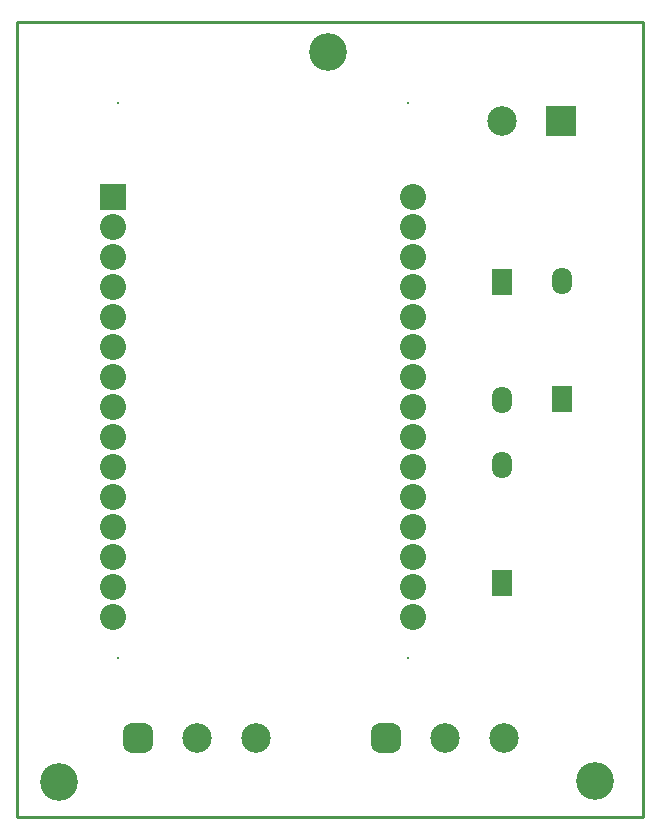
<source format=gbs>
%FSDAX23Y23*%
%MOIN*%
%SFA1B1*%

%IPPOS*%
%AMD27*
4,1,8,0.022600,0.049300,-0.022600,0.049300,-0.049300,0.022600,-0.049300,-0.022600,-0.022600,-0.049300,0.022600,-0.049300,0.049300,-0.022600,0.049300,0.022600,0.022600,0.049300,0.0*
1,1,0.053280,0.022600,0.022600*
1,1,0.053280,-0.022600,0.022600*
1,1,0.053280,-0.022600,-0.022600*
1,1,0.053280,0.022600,-0.022600*
%
%ADD10C,0.010000*%
%ADD21O,0.066930X0.090550*%
%ADD22R,0.066930X0.090550*%
%ADD26C,0.098550*%
G04~CAMADD=27~8~0.0~0.0~985.5~985.5~266.4~0.0~15~0.0~0.0~0.0~0.0~0~0.0~0.0~0.0~0.0~0~0.0~0.0~0.0~0.0~985.5~985.5*
%ADD27D27*%
%ADD28R,0.098550X0.098550*%
%ADD29R,0.086740X0.086740*%
%ADD30C,0.086740*%
%ADD31C,0.008000*%
%ADD32C,0.126110*%
%LNenvioesppcb-1*%
%LPD*%
G54D10*
X01000Y02350D02*
X03085D01*
X01000Y05000D02*
X03085D01*
Y02350D02*
Y05000D01*
X01000Y02350D02*
Y05000D01*
G54D21*
X02815Y04136D03*
X02615Y03738D03*
Y03521D03*
G54D22*
X02815Y03743D03*
X02615Y04131D03*
Y03128D03*
G54D26*
X01600Y02612D03*
X01796D03*
X02616Y04670D03*
X02425Y02612D03*
X02621D03*
G54D27*
X01403Y02612D03*
X02228D03*
G54D28*
X02813Y04670D03*
G54D29*
X01320Y04415D03*
G54D30*
X01320Y04315D03*
Y04215D03*
Y04115D03*
Y04015D03*
Y03915D03*
Y03815D03*
Y03715D03*
Y03615D03*
Y03515D03*
Y03415D03*
Y03315D03*
Y03215D03*
Y03115D03*
Y03015D03*
X02320Y04415D03*
Y04315D03*
Y04215D03*
Y04115D03*
Y04015D03*
Y03915D03*
Y03815D03*
Y03715D03*
Y03615D03*
Y03515D03*
Y03415D03*
Y03315D03*
Y03215D03*
Y03115D03*
Y03015D03*
G54D31*
X01336Y02880D03*
X02301D03*
Y04729D03*
X01336D03*
G54D32*
X01140Y02465D03*
X02925Y02470D03*
X02035Y04900D03*
X01140Y02465D03*
X02925Y02470D03*
X02035Y04900D03*
M02*
</source>
